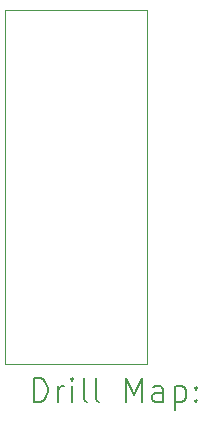
<source format=gbr>
%TF.GenerationSoftware,KiCad,Pcbnew,7.0.1*%
%TF.CreationDate,2024-02-21T00:14:55-08:00*%
%TF.ProjectId,G305_lipo_PMIC,47333035-5f6c-4697-906f-5f504d49432e,rev?*%
%TF.SameCoordinates,Original*%
%TF.FileFunction,Drillmap*%
%TF.FilePolarity,Positive*%
%FSLAX45Y45*%
G04 Gerber Fmt 4.5, Leading zero omitted, Abs format (unit mm)*
G04 Created by KiCad (PCBNEW 7.0.1) date 2024-02-21 00:14:55*
%MOMM*%
%LPD*%
G01*
G04 APERTURE LIST*
%ADD10C,0.100000*%
%ADD11C,0.200000*%
G04 APERTURE END LIST*
D10*
X11200000Y-7000000D02*
X10000000Y-7000000D01*
X11200000Y-10000000D02*
X11200000Y-7000000D01*
X10000000Y-7000000D02*
X10000000Y-10000000D01*
X10000000Y-10000000D02*
X11200000Y-10000000D01*
D11*
X10242619Y-10317524D02*
X10242619Y-10117524D01*
X10242619Y-10117524D02*
X10290238Y-10117524D01*
X10290238Y-10117524D02*
X10318810Y-10127048D01*
X10318810Y-10127048D02*
X10337857Y-10146095D01*
X10337857Y-10146095D02*
X10347381Y-10165143D01*
X10347381Y-10165143D02*
X10356905Y-10203238D01*
X10356905Y-10203238D02*
X10356905Y-10231810D01*
X10356905Y-10231810D02*
X10347381Y-10269905D01*
X10347381Y-10269905D02*
X10337857Y-10288952D01*
X10337857Y-10288952D02*
X10318810Y-10308000D01*
X10318810Y-10308000D02*
X10290238Y-10317524D01*
X10290238Y-10317524D02*
X10242619Y-10317524D01*
X10442619Y-10317524D02*
X10442619Y-10184190D01*
X10442619Y-10222286D02*
X10452143Y-10203238D01*
X10452143Y-10203238D02*
X10461667Y-10193714D01*
X10461667Y-10193714D02*
X10480714Y-10184190D01*
X10480714Y-10184190D02*
X10499762Y-10184190D01*
X10566429Y-10317524D02*
X10566429Y-10184190D01*
X10566429Y-10117524D02*
X10556905Y-10127048D01*
X10556905Y-10127048D02*
X10566429Y-10136571D01*
X10566429Y-10136571D02*
X10575952Y-10127048D01*
X10575952Y-10127048D02*
X10566429Y-10117524D01*
X10566429Y-10117524D02*
X10566429Y-10136571D01*
X10690238Y-10317524D02*
X10671190Y-10308000D01*
X10671190Y-10308000D02*
X10661667Y-10288952D01*
X10661667Y-10288952D02*
X10661667Y-10117524D01*
X10795000Y-10317524D02*
X10775952Y-10308000D01*
X10775952Y-10308000D02*
X10766429Y-10288952D01*
X10766429Y-10288952D02*
X10766429Y-10117524D01*
X11023571Y-10317524D02*
X11023571Y-10117524D01*
X11023571Y-10117524D02*
X11090238Y-10260381D01*
X11090238Y-10260381D02*
X11156905Y-10117524D01*
X11156905Y-10117524D02*
X11156905Y-10317524D01*
X11337857Y-10317524D02*
X11337857Y-10212762D01*
X11337857Y-10212762D02*
X11328333Y-10193714D01*
X11328333Y-10193714D02*
X11309286Y-10184190D01*
X11309286Y-10184190D02*
X11271190Y-10184190D01*
X11271190Y-10184190D02*
X11252143Y-10193714D01*
X11337857Y-10308000D02*
X11318809Y-10317524D01*
X11318809Y-10317524D02*
X11271190Y-10317524D01*
X11271190Y-10317524D02*
X11252143Y-10308000D01*
X11252143Y-10308000D02*
X11242619Y-10288952D01*
X11242619Y-10288952D02*
X11242619Y-10269905D01*
X11242619Y-10269905D02*
X11252143Y-10250857D01*
X11252143Y-10250857D02*
X11271190Y-10241333D01*
X11271190Y-10241333D02*
X11318809Y-10241333D01*
X11318809Y-10241333D02*
X11337857Y-10231810D01*
X11433095Y-10184190D02*
X11433095Y-10384190D01*
X11433095Y-10193714D02*
X11452143Y-10184190D01*
X11452143Y-10184190D02*
X11490238Y-10184190D01*
X11490238Y-10184190D02*
X11509286Y-10193714D01*
X11509286Y-10193714D02*
X11518809Y-10203238D01*
X11518809Y-10203238D02*
X11528333Y-10222286D01*
X11528333Y-10222286D02*
X11528333Y-10279429D01*
X11528333Y-10279429D02*
X11518809Y-10298476D01*
X11518809Y-10298476D02*
X11509286Y-10308000D01*
X11509286Y-10308000D02*
X11490238Y-10317524D01*
X11490238Y-10317524D02*
X11452143Y-10317524D01*
X11452143Y-10317524D02*
X11433095Y-10308000D01*
X11614048Y-10298476D02*
X11623571Y-10308000D01*
X11623571Y-10308000D02*
X11614048Y-10317524D01*
X11614048Y-10317524D02*
X11604524Y-10308000D01*
X11604524Y-10308000D02*
X11614048Y-10298476D01*
X11614048Y-10298476D02*
X11614048Y-10317524D01*
X11614048Y-10193714D02*
X11623571Y-10203238D01*
X11623571Y-10203238D02*
X11614048Y-10212762D01*
X11614048Y-10212762D02*
X11604524Y-10203238D01*
X11604524Y-10203238D02*
X11614048Y-10193714D01*
X11614048Y-10193714D02*
X11614048Y-10212762D01*
M02*

</source>
